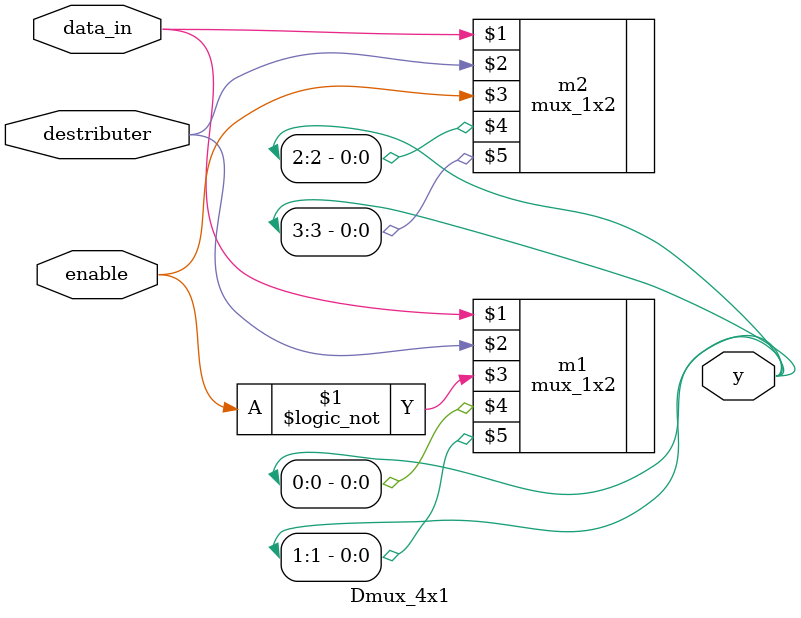
<source format=v>
`timescale 1ns / 1ps


module Dmux_4x1(input data_in,destributer,enable,output [3:0]y

    );
 mux_1x2 m1(data_in,destributer,!enable,y[0],y[1]);  
 
 mux_1x2 m2(data_in,destributer,enable,y[2],y[3]); 
 
endmodule

</source>
